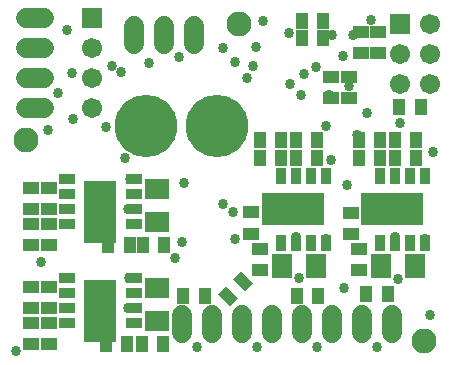
<source format=gbs>
G75*
%MOIN*%
%OFA0B0*%
%FSLAX25Y25*%
%IPPOS*%
%LPD*%
%AMOC8*
5,1,8,0,0,1.08239X$1,22.5*
%
%ADD10C,0.08300*%
%ADD11R,0.03950X0.05524*%
%ADD12R,0.05524X0.03950*%
%ADD13R,0.03300X0.05800*%
%ADD14R,0.20800X0.10800*%
%ADD15R,0.05800X0.03300*%
%ADD16R,0.10800X0.20800*%
%ADD17C,0.06700*%
%ADD18R,0.06700X0.06700*%
%ADD19C,0.06737*%
%ADD20R,0.07099X0.07887*%
%ADD21R,0.07887X0.07099*%
%ADD22C,0.20800*%
%ADD23C,0.03400*%
D10*
X0020000Y0084300D03*
X0091000Y0123000D03*
X0152500Y0017500D03*
D11*
X0140543Y0033000D03*
X0133457Y0033000D03*
X0117443Y0032400D03*
X0110357Y0032400D03*
G36*
X0088956Y0037961D02*
X0091749Y0040754D01*
X0095654Y0036849D01*
X0092861Y0034056D01*
X0088956Y0037961D01*
G37*
G36*
X0083946Y0032951D02*
X0086739Y0035744D01*
X0090644Y0031839D01*
X0087851Y0029046D01*
X0083946Y0032951D01*
G37*
X0079543Y0032500D03*
X0072457Y0032500D03*
X0065643Y0016500D03*
X0058557Y0016500D03*
X0053643Y0016500D03*
X0046557Y0016500D03*
X0047457Y0049500D03*
X0054543Y0049500D03*
X0058957Y0049500D03*
X0066043Y0049500D03*
X0097957Y0078500D03*
X0097957Y0084500D03*
X0105043Y0084500D03*
X0109957Y0084500D03*
X0109957Y0078500D03*
X0105043Y0078500D03*
X0117043Y0078500D03*
X0117043Y0084500D03*
X0130957Y0084500D03*
X0130957Y0078500D03*
X0138043Y0078500D03*
X0142957Y0078500D03*
X0142957Y0084500D03*
X0138043Y0084500D03*
X0144457Y0095500D03*
X0151543Y0095500D03*
X0150043Y0084500D03*
X0150043Y0078500D03*
X0119043Y0118500D03*
X0119043Y0124000D03*
X0111957Y0124000D03*
X0111957Y0118500D03*
D12*
X0121500Y0105543D03*
X0127500Y0105543D03*
X0127500Y0098457D03*
X0121500Y0098457D03*
X0131500Y0113357D03*
X0137200Y0113357D03*
X0137200Y0120443D03*
X0131500Y0120443D03*
X0128400Y0060043D03*
X0128400Y0052957D03*
X0131000Y0048043D03*
X0131000Y0040957D03*
X0098000Y0040957D03*
X0098000Y0048043D03*
X0095100Y0053157D03*
X0095100Y0060243D03*
X0027500Y0061457D03*
X0027500Y0056543D03*
X0027500Y0049457D03*
X0021500Y0049457D03*
X0021500Y0056543D03*
X0021500Y0061457D03*
X0021500Y0068543D03*
X0027500Y0068543D03*
X0027500Y0035543D03*
X0021500Y0035543D03*
X0021500Y0028457D03*
X0021500Y0023543D03*
X0021500Y0016457D03*
X0027500Y0016457D03*
X0027500Y0023543D03*
X0027500Y0028457D03*
D13*
X0105000Y0050000D03*
X0110000Y0050000D03*
X0115000Y0050000D03*
X0120000Y0050000D03*
X0138000Y0050000D03*
X0143000Y0050000D03*
X0148000Y0050000D03*
X0153000Y0050000D03*
X0153000Y0072500D03*
X0148000Y0072500D03*
X0143000Y0072500D03*
X0138000Y0072500D03*
X0120000Y0072500D03*
X0115000Y0072500D03*
X0110000Y0072500D03*
X0105000Y0072500D03*
D14*
X0109000Y0061250D03*
X0142000Y0061250D03*
D15*
X0056000Y0061500D03*
X0056000Y0066500D03*
X0056000Y0071500D03*
X0056000Y0056500D03*
X0056000Y0038500D03*
X0056000Y0033500D03*
X0056000Y0028500D03*
X0056000Y0023500D03*
X0033500Y0023500D03*
X0033500Y0028500D03*
X0033500Y0033500D03*
X0033500Y0038500D03*
X0033500Y0056500D03*
X0033500Y0061500D03*
X0033500Y0066500D03*
X0033500Y0071500D03*
D16*
X0044750Y0060500D03*
X0044750Y0027500D03*
D17*
X0042000Y0095000D03*
X0042000Y0105000D03*
X0042000Y0115000D03*
X0144500Y0113000D03*
X0144500Y0103000D03*
X0154500Y0103000D03*
X0154500Y0113000D03*
X0154500Y0123000D03*
D18*
X0144500Y0123000D03*
X0042000Y0125000D03*
D19*
X0056000Y0122269D02*
X0056000Y0116331D01*
X0066000Y0116331D02*
X0066000Y0122269D01*
X0076000Y0122269D02*
X0076000Y0116331D01*
X0025969Y0115000D02*
X0020031Y0115000D01*
X0020031Y0105000D02*
X0025969Y0105000D01*
X0025969Y0095000D02*
X0020031Y0095000D01*
X0020031Y0125000D02*
X0025969Y0125000D01*
X0072000Y0025969D02*
X0072000Y0020031D01*
X0082000Y0020031D02*
X0082000Y0025969D01*
X0092000Y0025969D02*
X0092000Y0020031D01*
X0102000Y0020031D02*
X0102000Y0025969D01*
X0112000Y0025969D02*
X0112000Y0020031D01*
X0122000Y0020031D02*
X0122000Y0025969D01*
X0132000Y0025969D02*
X0132000Y0020031D01*
X0142000Y0020031D02*
X0142000Y0025969D01*
D20*
X0138488Y0042500D03*
X0149512Y0042500D03*
X0116512Y0042500D03*
X0105488Y0042500D03*
D21*
X0063500Y0035012D03*
X0063500Y0023988D03*
X0063500Y0056988D03*
X0063500Y0068012D03*
D22*
X0060000Y0089000D03*
X0083500Y0089000D03*
D23*
X0016600Y0014000D03*
X0027500Y0023000D03*
X0045000Y0024000D03*
X0045000Y0033000D03*
X0054000Y0028500D03*
X0054200Y0038500D03*
X0069500Y0045000D03*
X0072000Y0050500D03*
X0085500Y0063000D03*
X0089000Y0060500D03*
X0089500Y0051500D03*
X0105500Y0061000D03*
X0110000Y0052000D03*
X0114500Y0061000D03*
X0120000Y0051500D03*
X0111000Y0038500D03*
X0126100Y0035100D03*
X0144000Y0038000D03*
X0143000Y0052000D03*
X0138500Y0061000D03*
X0147500Y0061000D03*
X0153000Y0051500D03*
X0154500Y0026000D03*
X0137000Y0015500D03*
X0117000Y0015500D03*
X0097000Y0015500D03*
X0077000Y0015500D03*
X0045000Y0057000D03*
X0045000Y0066000D03*
X0054000Y0061500D03*
X0054500Y0071500D03*
X0053000Y0078500D03*
X0046600Y0088800D03*
X0035500Y0091500D03*
X0030500Y0100000D03*
X0035300Y0106600D03*
X0048500Y0109200D03*
X0051500Y0107000D03*
X0060900Y0110000D03*
X0071000Y0112000D03*
X0085500Y0115000D03*
X0089500Y0110500D03*
X0095500Y0109000D03*
X0093500Y0105000D03*
X0096500Y0115500D03*
X0099000Y0124000D03*
X0107500Y0120000D03*
X0112000Y0118500D03*
X0116600Y0108600D03*
X0112500Y0106500D03*
X0108000Y0103000D03*
X0111500Y0099500D03*
X0120100Y0089000D03*
X0121000Y0099500D03*
X0127500Y0102500D03*
X0133500Y0093500D03*
X0130300Y0086000D03*
X0137500Y0078500D03*
X0142957Y0084500D03*
X0144700Y0090100D03*
X0155500Y0080500D03*
X0127000Y0069500D03*
X0121700Y0077700D03*
X0104500Y0079000D03*
X0125800Y0112500D03*
X0129100Y0119300D03*
X0122000Y0119500D03*
X0135000Y0124500D03*
X0072500Y0070000D03*
X0033700Y0120900D03*
X0027200Y0087700D03*
X0027500Y0056600D03*
X0025100Y0043600D03*
M02*

</source>
